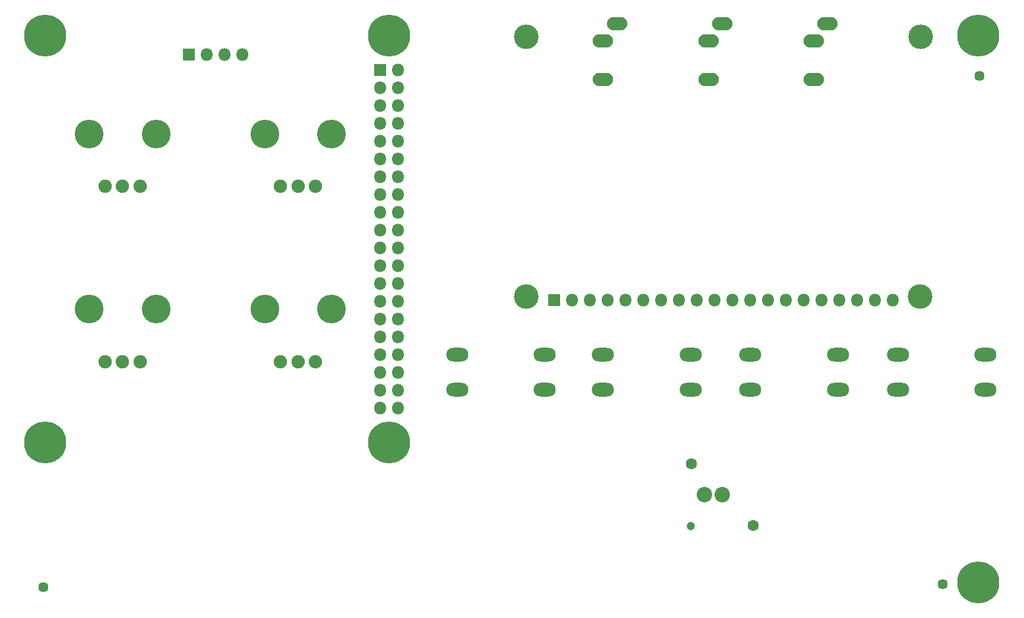
<source format=gbr>
%TF.GenerationSoftware,KiCad,Pcbnew,5.1.6-c6e7f7d~87~ubuntu18.04.1*%
%TF.CreationDate,2021-03-30T09:08:54+02:00*%
%TF.ProjectId,bz-hat,627a2d68-6174-42e6-9b69-6361645f7063,rev?*%
%TF.SameCoordinates,Original*%
%TF.FileFunction,Soldermask,Top*%
%TF.FilePolarity,Negative*%
%FSLAX46Y46*%
G04 Gerber Fmt 4.6, Leading zero omitted, Abs format (unit mm)*
G04 Created by KiCad (PCBNEW 5.1.6-c6e7f7d~87~ubuntu18.04.1) date 2021-03-30 09:08:54*
%MOMM*%
%LPD*%
G01*
G04 APERTURE LIST*
%ADD10O,1.800000X1.800000*%
%ADD11R,1.800000X1.800000*%
%ADD12C,4.100000*%
%ADD13C,1.900000*%
%ADD14C,1.448000*%
%ADD15C,3.500000*%
%ADD16C,6.000000*%
%ADD17O,2.900000X1.900000*%
%ADD18O,3.148000X1.950000*%
%ADD19C,1.600000*%
%ADD20C,1.200000*%
%ADD21C,2.200000*%
G04 APERTURE END LIST*
D10*
%TO.C,J6*%
X204260000Y-86200000D03*
X201720000Y-86200000D03*
X199180000Y-86200000D03*
X196640000Y-86200000D03*
X194100000Y-86200000D03*
X191560000Y-86200000D03*
X189020000Y-86200000D03*
X186480000Y-86200000D03*
X183940000Y-86200000D03*
X181400000Y-86200000D03*
X178860000Y-86200000D03*
X176320000Y-86200000D03*
X173780000Y-86200000D03*
X171240000Y-86200000D03*
X168700000Y-86200000D03*
X166160000Y-86200000D03*
X163620000Y-86200000D03*
X161080000Y-86200000D03*
X158540000Y-86200000D03*
D11*
X156000000Y-86200000D03*
%TD*%
D12*
%TO.C,RV1*%
X99250000Y-62500000D03*
X89750000Y-62500000D03*
D13*
X97000000Y-70000000D03*
X94500000Y-70000000D03*
X92000000Y-70000000D03*
%TD*%
D12*
%TO.C,RV4*%
X99250000Y-87500000D03*
X89750000Y-87500000D03*
D13*
X97000000Y-95000000D03*
X94500000Y-95000000D03*
X92000000Y-95000000D03*
%TD*%
D12*
%TO.C,RV3*%
X124250000Y-87500000D03*
X114750000Y-87500000D03*
D13*
X122000000Y-95000000D03*
X119500000Y-95000000D03*
X117000000Y-95000000D03*
%TD*%
D12*
%TO.C,RV2*%
X124250000Y-62500000D03*
X114750000Y-62500000D03*
D13*
X122000000Y-70000000D03*
X119500000Y-70000000D03*
X117000000Y-70000000D03*
%TD*%
D14*
%TO.C,REF\u002A\u002A*%
X211400000Y-126800000D03*
%TD*%
%TO.C,REF\u002A\u002A*%
X216600000Y-54200000D03*
%TD*%
%TO.C,REF\u002A\u002A*%
X83200000Y-127200000D03*
%TD*%
D15*
%TO.C,REF\u002A\u002A*%
X152025000Y-85700000D03*
%TD*%
%TO.C,REF\u002A\u002A*%
X152040000Y-48600000D03*
%TD*%
%TO.C,REF\u002A\u002A*%
X208203000Y-85694000D03*
%TD*%
%TO.C,REF\u002A\u002A*%
X208225000Y-48600000D03*
%TD*%
D16*
%TO.C,REF\u002A\u002A*%
X216500000Y-126500000D03*
%TD*%
%TO.C,REF\u002A\u002A*%
X216500000Y-48500000D03*
%TD*%
D11*
%TO.C,J4*%
X131230000Y-53370000D03*
D10*
X133770000Y-53370000D03*
X131230000Y-55910000D03*
X133770000Y-55910000D03*
X131230000Y-58450000D03*
X133770000Y-58450000D03*
X131230000Y-60990000D03*
X133770000Y-60990000D03*
X131230000Y-63530000D03*
X133770000Y-63530000D03*
X131230000Y-66070000D03*
X133770000Y-66070000D03*
X131230000Y-68610000D03*
X133770000Y-68610000D03*
X131230000Y-71150000D03*
X133770000Y-71150000D03*
X131230000Y-73690000D03*
X133770000Y-73690000D03*
X131230000Y-76230000D03*
X133770000Y-76230000D03*
X131230000Y-78770000D03*
X133770000Y-78770000D03*
X131230000Y-81310000D03*
X133770000Y-81310000D03*
X131230000Y-83850000D03*
X133770000Y-83850000D03*
X131230000Y-86390000D03*
X133770000Y-86390000D03*
X131230000Y-88930000D03*
X133770000Y-88930000D03*
X131230000Y-91470000D03*
X133770000Y-91470000D03*
X131230000Y-94010000D03*
X133770000Y-94010000D03*
X131230000Y-96550000D03*
X133770000Y-96550000D03*
X131230000Y-99090000D03*
X133770000Y-99090000D03*
X131230000Y-101630000D03*
X133770000Y-101630000D03*
%TD*%
D17*
%TO.C,J3*%
X178000000Y-54700000D03*
X178000000Y-49200000D03*
X180000000Y-46800000D03*
%TD*%
%TO.C,J2*%
X193000000Y-54700000D03*
X193000000Y-49200000D03*
X195000000Y-46800000D03*
%TD*%
%TO.C,J1*%
X163000000Y-54700000D03*
X163000000Y-49200000D03*
X165000000Y-46800000D03*
%TD*%
D18*
%TO.C,SW3*%
X142200000Y-99000000D03*
X142200000Y-94000000D03*
X154700000Y-99000000D03*
X154700000Y-94000000D03*
%TD*%
D19*
%TO.C,SW2*%
X175600000Y-109600000D03*
X184400000Y-118400000D03*
D20*
X175500000Y-118500000D03*
D21*
X177460000Y-114000000D03*
X180000000Y-114000000D03*
%TD*%
D10*
%TO.C,J5*%
X111600000Y-51200000D03*
X109060000Y-51200000D03*
X106520000Y-51200000D03*
D11*
X103980000Y-51200000D03*
%TD*%
D18*
%TO.C,SW1*%
X205000000Y-99000000D03*
X205000000Y-94000000D03*
X217500000Y-99000000D03*
X217500000Y-94000000D03*
%TD*%
%TO.C,SW5*%
X184000000Y-99000000D03*
X184000000Y-94000000D03*
X196500000Y-99000000D03*
X196500000Y-94000000D03*
%TD*%
%TO.C,SW4*%
X163000000Y-99000000D03*
X163000000Y-94000000D03*
X175500000Y-99000000D03*
X175500000Y-94000000D03*
%TD*%
D16*
%TO.C,REF\u002A\u002A*%
X132500000Y-106500000D03*
%TD*%
%TO.C,REF\u002A\u002A*%
X132500000Y-48500000D03*
%TD*%
%TO.C,REF\u002A\u002A*%
X83500000Y-106500000D03*
%TD*%
%TO.C,REF\u002A\u002A*%
X83500000Y-48500000D03*
%TD*%
M02*

</source>
